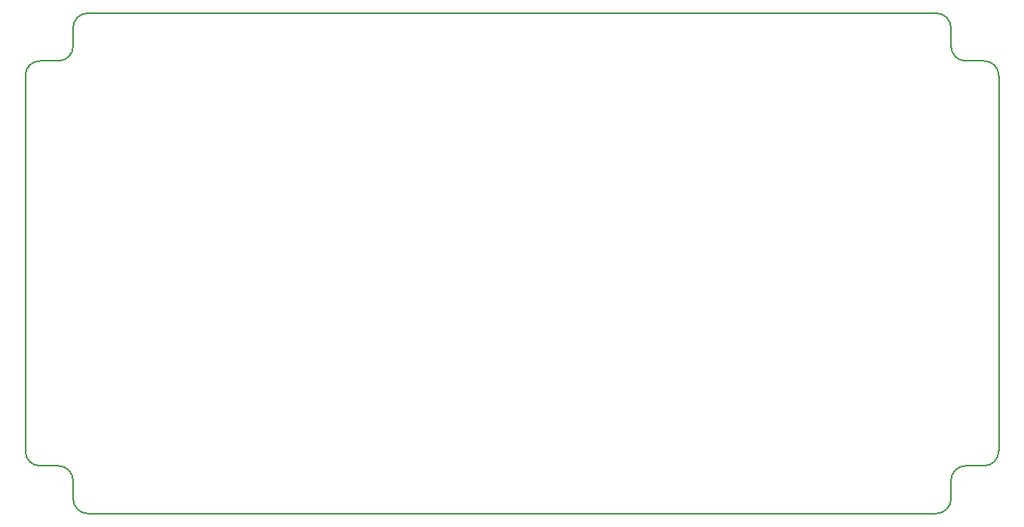
<source format=gbr>
G04 #@! TF.GenerationSoftware,KiCad,Pcbnew,(5.0.2)-1*
G04 #@! TF.CreationDate,2019-04-17T20:22:35+02:00*
G04 #@! TF.ProjectId,CCdrum,43436472-756d-42e6-9b69-6361645f7063,rev?*
G04 #@! TF.SameCoordinates,Original*
G04 #@! TF.FileFunction,Profile,NP*
%FSLAX46Y46*%
G04 Gerber Fmt 4.6, Leading zero omitted, Abs format (unit mm)*
G04 Created by KiCad (PCBNEW (5.0.2)-1) date 17/04/2019 20:22:35*
%MOMM*%
%LPD*%
G01*
G04 APERTURE LIST*
%ADD10C,0.200000*%
G04 APERTURE END LIST*
D10*
X137300000Y-109100000D02*
G75*
G02X135700000Y-107500000I0J1600000D01*
G01*
X36500000Y-153200000D02*
G75*
G02X34900000Y-151600000I0J1600000D01*
G01*
X38500000Y-153200000D02*
G75*
G02X40100000Y-154800000I0J-1600000D01*
G01*
X41700000Y-158400000D02*
G75*
G02X40100000Y-156800000I0J1600000D01*
G01*
X135700000Y-156800000D02*
G75*
G02X134100000Y-158400000I-1600000J0D01*
G01*
X135700000Y-154800000D02*
G75*
G02X137300000Y-153200000I1600000J0D01*
G01*
X140900000Y-151600000D02*
G75*
G02X139300000Y-153200000I-1600000J0D01*
G01*
X139300000Y-109100000D02*
G75*
G02X140900000Y-110700000I0J-1600000D01*
G01*
X134100000Y-103900000D02*
G75*
G02X135700000Y-105500000I0J-1600000D01*
G01*
X40100000Y-105500000D02*
G75*
G02X41700000Y-103900000I1600000J0D01*
G01*
X40100000Y-107500000D02*
G75*
G02X38500000Y-109100000I-1600000J0D01*
G01*
X34900000Y-110700000D02*
G75*
G02X36500000Y-109100000I1600000J0D01*
G01*
X38500000Y-153200000D02*
X36500000Y-153200000D01*
X40100000Y-156800000D02*
X40100000Y-154800000D01*
X137300000Y-153200000D02*
X139300000Y-153200000D01*
X135700000Y-156800000D02*
X135700000Y-154800000D01*
X137300000Y-109100000D02*
X139300000Y-109100000D01*
X135700000Y-105500000D02*
X135700000Y-107500000D01*
X40100000Y-107500000D02*
X40100000Y-105500000D01*
X36500000Y-109100000D02*
X38500000Y-109100000D01*
X41700000Y-103900000D02*
X134100000Y-103900000D01*
X140900000Y-151600000D02*
X140900000Y-110700000D01*
X34900000Y-151600000D02*
X34900000Y-110700000D01*
X41700000Y-158400000D02*
X134100000Y-158400000D01*
M02*

</source>
